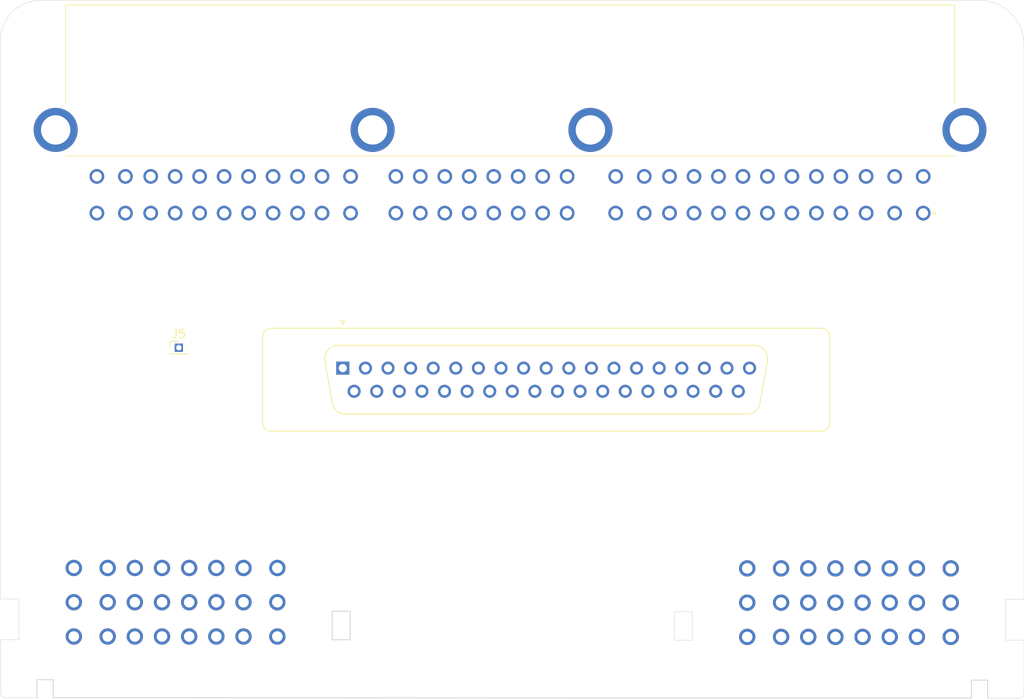
<source format=kicad_pcb>
(kicad_pcb (version 20171130) (host pcbnew 5.1.10)

  (general
    (thickness 1.6)
    (drawings 33)
    (tracks 1)
    (zones 0)
    (modules 5)
    (nets 26)
  )

  (page A4)
  (layers
    (0 F.Cu signal)
    (31 B.Cu signal)
    (32 B.Adhes user)
    (33 F.Adhes user)
    (34 B.Paste user)
    (35 F.Paste user)
    (36 B.SilkS user)
    (37 F.SilkS user)
    (38 B.Mask user)
    (39 F.Mask user)
    (40 Dwgs.User user)
    (41 Cmts.User user hide)
    (42 Eco1.User user hide)
    (43 Eco2.User user)
    (44 Edge.Cuts user)
    (45 Margin user)
    (46 B.CrtYd user)
    (47 F.CrtYd user)
    (48 B.Fab user)
    (49 F.Fab user hide)
  )

  (setup
    (last_trace_width 0.25)
    (user_trace_width 0.5)
    (trace_clearance 0.2)
    (zone_clearance 0.508)
    (zone_45_only no)
    (trace_min 0.2)
    (via_size 0.8)
    (via_drill 0.4)
    (via_min_size 0.4)
    (via_min_drill 0.3)
    (uvia_size 0.3)
    (uvia_drill 0.1)
    (uvias_allowed no)
    (uvia_min_size 0.2)
    (uvia_min_drill 0.1)
    (edge_width 0.05)
    (segment_width 0.2)
    (pcb_text_width 0.3)
    (pcb_text_size 1.5 1.5)
    (mod_edge_width 0.12)
    (mod_text_size 1 1)
    (mod_text_width 0.15)
    (pad_size 1.524 1.524)
    (pad_drill 0.762)
    (pad_to_mask_clearance 0)
    (aux_axis_origin 0 0)
    (visible_elements FFFFFF7F)
    (pcbplotparams
      (layerselection 0x010fc_ffffffff)
      (usegerberextensions false)
      (usegerberattributes true)
      (usegerberadvancedattributes true)
      (creategerberjobfile true)
      (excludeedgelayer true)
      (linewidth 0.100000)
      (plotframeref false)
      (viasonmask false)
      (mode 1)
      (useauxorigin false)
      (hpglpennumber 1)
      (hpglpenspeed 20)
      (hpglpendiameter 15.000000)
      (psnegative false)
      (psa4output false)
      (plotreference true)
      (plotvalue true)
      (plotinvisibletext false)
      (padsonsilk false)
      (subtractmaskfromsilk false)
      (outputformat 1)
      (mirror false)
      (drillshape 1)
      (scaleselection 1)
      (outputdirectory ""))
  )

  (net 0 "")
  (net 1 MIATA_1B)
  (net 2 MIATA_2C)
  (net 3 MIATA_2A)
  (net 4 MIATA_2D)
  (net 5 MIATA_2Q)
  (net 6 MIATA_2O)
  (net 7 MIATA_2E)
  (net 8 MIATA_2P)
  (net 9 MIATA_2N)
  (net 10 MIATA_2L)
  (net 11 MIATA_1N)
  (net 12 GND)
  (net 13 MIATA_2Y)
  (net 14 MIATA_2W)
  (net 15 MIATA_2U)
  (net 16 MIATA_2V)
  (net 17 MIATA_1V)
  (net 18 MIATA_2K)
  (net 19 MIATA_2I)
  (net 20 MIATA_2G)
  (net 21 MIATA_1Q)
  (net 22 MIATA_1G)
  (net 23 MIATA_1E)
  (net 24 MIATA_1R)
  (net 25 MIATA_1H)

  (net_class Default "This is the default net class."
    (clearance 0.2)
    (trace_width 0.25)
    (via_dia 0.8)
    (via_drill 0.4)
    (uvia_dia 0.3)
    (uvia_drill 0.1)
    (add_net GND)
    (add_net MIATA_1A)
    (add_net MIATA_1B)
    (add_net MIATA_1C)
    (add_net MIATA_1D)
    (add_net MIATA_1E)
    (add_net MIATA_1F)
    (add_net MIATA_1G)
    (add_net MIATA_1H)
    (add_net MIATA_1I)
    (add_net MIATA_1J)
    (add_net MIATA_1K)
    (add_net MIATA_1L)
    (add_net MIATA_1N)
    (add_net MIATA_1O)
    (add_net MIATA_1P)
    (add_net MIATA_1Q)
    (add_net MIATA_1R)
    (add_net MIATA_1S)
    (add_net MIATA_1T)
    (add_net MIATA_1U)
    (add_net MIATA_1V)
    (add_net MIATA_2A)
    (add_net MIATA_2B)
    (add_net MIATA_2C)
    (add_net MIATA_2D)
    (add_net MIATA_2E)
    (add_net MIATA_2F)
    (add_net MIATA_2G)
    (add_net MIATA_2H)
    (add_net MIATA_2I)
    (add_net MIATA_2J)
    (add_net MIATA_2K)
    (add_net MIATA_2L)
    (add_net MIATA_2M)
    (add_net MIATA_2N)
    (add_net MIATA_2O)
    (add_net MIATA_2P)
    (add_net MIATA_2Q)
    (add_net MIATA_2R)
    (add_net MIATA_2S)
    (add_net MIATA_2T)
    (add_net MIATA_2U)
    (add_net MIATA_2V)
    (add_net MIATA_2W)
    (add_net MIATA_2X)
    (add_net MIATA_2Y)
    (add_net MIATA_2Z)
    (add_net "Net-(J1-Pad33)")
    (add_net "Net-(J1-Pad34)")
    (add_net "Net-(J1-Pad35)")
    (add_net "Net-(J1-Pad36)")
    (add_net "Net-(J1-Pad37)")
    (add_net "Net-(J1-Pad38)")
    (add_net "Net-(J1-Pad39)")
    (add_net "Net-(J1-Pad40)")
    (add_net "Net-(J1-Pad41)")
    (add_net "Net-(J1-Pad42)")
    (add_net "Net-(J1-Pad43)")
    (add_net "Net-(J1-Pad44)")
    (add_net "Net-(J1-Pad45)")
    (add_net "Net-(J1-Pad46)")
    (add_net "Net-(J1-Pad47)")
    (add_net "Net-(J1-Pad48)")
    (add_net "Net-(J2-Pad10)")
    (add_net "Net-(J2-Pad11)")
    (add_net "Net-(J2-Pad12)")
    (add_net "Net-(J2-Pad13)")
    (add_net "Net-(J2-Pad14)")
    (add_net "Net-(J2-Pad15)")
    (add_net "Net-(J2-Pad16)")
    (add_net "Net-(J2-Pad17)")
    (add_net "Net-(J2-Pad18)")
    (add_net "Net-(J2-Pad19)")
    (add_net "Net-(J2-Pad25)")
    (add_net "Net-(J2-Pad27)")
    (add_net "Net-(J2-Pad29)")
    (add_net "Net-(J2-Pad3)")
    (add_net "Net-(J2-Pad30)")
    (add_net "Net-(J2-Pad31)")
    (add_net "Net-(J2-Pad32)")
    (add_net "Net-(J2-Pad33)")
    (add_net "Net-(J2-Pad34)")
    (add_net "Net-(J2-Pad35)")
    (add_net "Net-(J2-Pad36)")
    (add_net "Net-(J2-Pad4)")
    (add_net "Net-(J2-Pad5)")
    (add_net "Net-(J2-Pad6)")
    (add_net "Net-(J2-Pad7)")
    (add_net "Net-(J3-PadA2)")
    (add_net "Net-(J3-PadA6)")
    (add_net "Net-(J3-PadA8)")
    (add_net "Net-(J3-PadB5)")
    (add_net "Net-(J3-PadB6)")
    (add_net "Net-(J3-PadB7)")
    (add_net "Net-(J3-PadB8)")
    (add_net "Net-(J3-PadC2)")
    (add_net "Net-(J3-PadC4)")
    (add_net "Net-(J3-PadC6)")
    (add_net "Net-(J3-PadC8)")
    (add_net "Net-(J4-PadA6)")
    (add_net "Net-(J4-PadB1)")
    (add_net "Net-(J4-PadB2)")
    (add_net "Net-(J4-PadB3)")
    (add_net "Net-(J4-PadB5)")
    (add_net "Net-(J4-PadB6)")
    (add_net "Net-(J4-PadC6)")
    (add_net "Net-(J4-PadC7)")
    (add_net "Net-(J4-PadC8)")
  )

  (module Connector_Dsub:DSUB-37_Male_Vertical_P2.77x2.84mm (layer F.Cu) (tedit 59FEDEE2) (tstamp 609F158B)
    (at 57 60.1)
    (descr "37-pin D-Sub connector, straight/vertical, THT-mount, male, pitch 2.77x2.84mm, distance of mounting holes 63.5mm, see https://disti-assets.s3.amazonaws.com/tonar/files/datasheets/16730.pdf")
    (tags "37-pin D-Sub connector straight vertical THT male pitch 2.77x2.84mm mounting holes distance 63.5mm")
    (path /61B7C3D8)
    (fp_text reference J2 (at 24.93 -5.89) (layer F.Fab)
      (effects (font (size 1 1) (thickness 0.15)))
    )
    (fp_text value Conn_01x37 (at 24.93 8.73) (layer F.Fab)
      (effects (font (size 1 1) (thickness 0.15)))
    )
    (fp_line (start 60.15 -5.35) (end -10.3 -5.35) (layer F.CrtYd) (width 0.05))
    (fp_line (start 60.15 8.2) (end 60.15 -5.35) (layer F.CrtYd) (width 0.05))
    (fp_line (start -10.3 8.2) (end 60.15 8.2) (layer F.CrtYd) (width 0.05))
    (fp_line (start -10.3 -5.35) (end -10.3 8.2) (layer F.CrtYd) (width 0.05))
    (fp_line (start -2.18647 -0.841744) (end -1.287202 4.258256) (layer F.SilkS) (width 0.12))
    (fp_line (start 52.04647 -0.841744) (end 51.147202 4.258256) (layer F.SilkS) (width 0.12))
    (fp_line (start 0.347579 5.63) (end 49.512421 5.63) (layer F.SilkS) (width 0.12))
    (fp_line (start -0.551689 -2.79) (end 50.411689 -2.79) (layer F.SilkS) (width 0.12))
    (fp_line (start -2.138887 -0.852163) (end -1.239619 4.247837) (layer F.Fab) (width 0.1))
    (fp_line (start 51.998887 -0.852163) (end 51.099619 4.247837) (layer F.Fab) (width 0.1))
    (fp_line (start 0.336073 5.57) (end 49.523927 5.57) (layer F.Fab) (width 0.1))
    (fp_line (start -0.563194 -2.73) (end 50.423194 -2.73) (layer F.Fab) (width 0.1))
    (fp_line (start 0 -5.351325) (end -0.25 -5.784338) (layer F.SilkS) (width 0.12))
    (fp_line (start 0.25 -5.784338) (end 0 -5.351325) (layer F.SilkS) (width 0.12))
    (fp_line (start -0.25 -5.784338) (end 0.25 -5.784338) (layer F.SilkS) (width 0.12))
    (fp_line (start -9.83 6.67) (end -9.83 -3.83) (layer F.SilkS) (width 0.12))
    (fp_line (start 58.63 7.73) (end -8.77 7.73) (layer F.SilkS) (width 0.12))
    (fp_line (start 59.69 -3.83) (end 59.69 6.67) (layer F.SilkS) (width 0.12))
    (fp_line (start -8.77 -4.89) (end 58.63 -4.89) (layer F.SilkS) (width 0.12))
    (fp_line (start -9.77 6.67) (end -9.77 -3.83) (layer F.Fab) (width 0.1))
    (fp_line (start 58.63 7.67) (end -8.77 7.67) (layer F.Fab) (width 0.1))
    (fp_line (start 59.63 -3.83) (end 59.63 6.67) (layer F.Fab) (width 0.1))
    (fp_line (start -8.77 -4.83) (end 58.63 -4.83) (layer F.Fab) (width 0.1))
    (fp_arc (start -8.77 -3.83) (end -9.77 -3.83) (angle 90) (layer F.Fab) (width 0.1))
    (fp_arc (start 58.63 -3.83) (end 58.63 -4.83) (angle 90) (layer F.Fab) (width 0.1))
    (fp_arc (start -8.77 6.67) (end -9.77 6.67) (angle -90) (layer F.Fab) (width 0.1))
    (fp_arc (start 58.63 6.67) (end 59.63 6.67) (angle 90) (layer F.Fab) (width 0.1))
    (fp_arc (start -8.77 -3.83) (end -9.83 -3.83) (angle 90) (layer F.SilkS) (width 0.12))
    (fp_arc (start 58.63 -3.83) (end 58.63 -4.89) (angle 90) (layer F.SilkS) (width 0.12))
    (fp_arc (start -8.77 6.67) (end -9.83 6.67) (angle -90) (layer F.SilkS) (width 0.12))
    (fp_arc (start 58.63 6.67) (end 59.69 6.67) (angle 90) (layer F.SilkS) (width 0.12))
    (fp_arc (start -0.563194 -1.13) (end -0.563194 -2.73) (angle -100) (layer F.Fab) (width 0.1))
    (fp_arc (start 50.423194 -1.13) (end 50.423194 -2.73) (angle 100) (layer F.Fab) (width 0.1))
    (fp_arc (start 0.336073 3.97) (end 0.336073 5.57) (angle 80) (layer F.Fab) (width 0.1))
    (fp_arc (start 49.523927 3.97) (end 49.523927 5.57) (angle -80) (layer F.Fab) (width 0.1))
    (fp_arc (start -0.551689 -1.13) (end -0.551689 -2.79) (angle -100) (layer F.SilkS) (width 0.12))
    (fp_arc (start 50.411689 -1.13) (end 50.411689 -2.79) (angle 100) (layer F.SilkS) (width 0.12))
    (fp_arc (start 0.347579 3.97) (end 0.347579 5.63) (angle 80) (layer F.SilkS) (width 0.12))
    (fp_arc (start 49.512421 3.97) (end 49.512421 5.63) (angle -80) (layer F.SilkS) (width 0.12))
    (fp_text user %R (at 24.93 1.42) (layer F.Fab)
      (effects (font (size 1 1) (thickness 0.15)))
    )
    (pad 1 thru_hole rect (at 0 0) (size 1.6 1.6) (drill 1) (layers *.Cu *.Mask)
      (net 2 MIATA_2C))
    (pad 2 thru_hole circle (at 2.77 0) (size 1.6 1.6) (drill 1) (layers *.Cu *.Mask)
      (net 4 MIATA_2D))
    (pad 3 thru_hole circle (at 5.54 0) (size 1.6 1.6) (drill 1) (layers *.Cu *.Mask))
    (pad 4 thru_hole circle (at 8.31 0) (size 1.6 1.6) (drill 1) (layers *.Cu *.Mask))
    (pad 5 thru_hole circle (at 11.08 0) (size 1.6 1.6) (drill 1) (layers *.Cu *.Mask))
    (pad 6 thru_hole circle (at 13.85 0) (size 1.6 1.6) (drill 1) (layers *.Cu *.Mask))
    (pad 7 thru_hole circle (at 16.62 0) (size 1.6 1.6) (drill 1) (layers *.Cu *.Mask))
    (pad 8 thru_hole circle (at 19.39 0) (size 1.6 1.6) (drill 1) (layers *.Cu *.Mask)
      (net 3 MIATA_2A))
    (pad 9 thru_hole circle (at 22.16 0) (size 1.6 1.6) (drill 1) (layers *.Cu *.Mask)
      (net 3 MIATA_2A))
    (pad 10 thru_hole circle (at 24.93 0) (size 1.6 1.6) (drill 1) (layers *.Cu *.Mask))
    (pad 11 thru_hole circle (at 27.7 0) (size 1.6 1.6) (drill 1) (layers *.Cu *.Mask))
    (pad 12 thru_hole circle (at 30.47 0) (size 1.6 1.6) (drill 1) (layers *.Cu *.Mask))
    (pad 13 thru_hole circle (at 33.24 0) (size 1.6 1.6) (drill 1) (layers *.Cu *.Mask))
    (pad 14 thru_hole circle (at 36.01 0) (size 1.6 1.6) (drill 1) (layers *.Cu *.Mask))
    (pad 15 thru_hole circle (at 38.78 0) (size 1.6 1.6) (drill 1) (layers *.Cu *.Mask))
    (pad 16 thru_hole circle (at 41.55 0) (size 1.6 1.6) (drill 1) (layers *.Cu *.Mask))
    (pad 17 thru_hole circle (at 44.32 0) (size 1.6 1.6) (drill 1) (layers *.Cu *.Mask))
    (pad 18 thru_hole circle (at 47.09 0) (size 1.6 1.6) (drill 1) (layers *.Cu *.Mask))
    (pad 19 thru_hole circle (at 49.86 0) (size 1.6 1.6) (drill 1) (layers *.Cu *.Mask))
    (pad 20 thru_hole circle (at 1.385 2.84) (size 1.6 1.6) (drill 1) (layers *.Cu *.Mask)
      (net 8 MIATA_2P))
    (pad 21 thru_hole circle (at 4.155 2.84) (size 1.6 1.6) (drill 1) (layers *.Cu *.Mask)
      (net 5 MIATA_2Q))
    (pad 22 thru_hole circle (at 6.925 2.84) (size 1.6 1.6) (drill 1) (layers *.Cu *.Mask)
      (net 10 MIATA_2L))
    (pad 23 thru_hole circle (at 9.695 2.84) (size 1.6 1.6) (drill 1) (layers *.Cu *.Mask)
      (net 9 MIATA_2N))
    (pad 24 thru_hole circle (at 12.465 2.84) (size 1.6 1.6) (drill 1) (layers *.Cu *.Mask)
      (net 7 MIATA_2E))
    (pad 25 thru_hole circle (at 15.235 2.84) (size 1.6 1.6) (drill 1) (layers *.Cu *.Mask))
    (pad 26 thru_hole circle (at 18.005 2.84) (size 1.6 1.6) (drill 1) (layers *.Cu *.Mask)
      (net 11 MIATA_1N))
    (pad 27 thru_hole circle (at 20.775 2.84) (size 1.6 1.6) (drill 1) (layers *.Cu *.Mask))
    (pad 28 thru_hole circle (at 23.545 2.84) (size 1.6 1.6) (drill 1) (layers *.Cu *.Mask)
      (net 1 MIATA_1B))
    (pad 29 thru_hole circle (at 26.315 2.84) (size 1.6 1.6) (drill 1) (layers *.Cu *.Mask))
    (pad 30 thru_hole circle (at 29.085 2.84) (size 1.6 1.6) (drill 1) (layers *.Cu *.Mask))
    (pad 31 thru_hole circle (at 31.855 2.84) (size 1.6 1.6) (drill 1) (layers *.Cu *.Mask))
    (pad 32 thru_hole circle (at 34.625 2.84) (size 1.6 1.6) (drill 1) (layers *.Cu *.Mask))
    (pad 33 thru_hole circle (at 37.395 2.84) (size 1.6 1.6) (drill 1) (layers *.Cu *.Mask))
    (pad 34 thru_hole circle (at 40.165 2.84) (size 1.6 1.6) (drill 1) (layers *.Cu *.Mask))
    (pad 35 thru_hole circle (at 42.935 2.84) (size 1.6 1.6) (drill 1) (layers *.Cu *.Mask))
    (pad 36 thru_hole circle (at 45.705 2.84) (size 1.6 1.6) (drill 1) (layers *.Cu *.Mask))
    (pad 37 thru_hole circle (at 48.475 2.84) (size 1.6 1.6) (drill 1) (layers *.Cu *.Mask)
      (net 6 MIATA_2O))
    (model ${KISYS3DMOD}/Connector_Dsub.3dshapes/DSUB-37_Male_Vertical_P2.77x2.84mm.wrl
      (at (xyz 0 0 0))
      (scale (xyz 1 1 1))
      (rotate (xyz 0 0 0))
    )
  )

  (module speeduino_connector_automotive:174518-7 (layer F.Cu) (tedit 0) (tstamp 609F11EE)
    (at 128.15 41.1 90)
    (descr 174518-7-2)
    (tags Connector)
    (path /61B78CF9)
    (fp_text reference J1 (at 12.3 -50.65 90) (layer F.Fab)
      (effects (font (size 1.27 1.27) (thickness 0.254)))
    )
    (fp_text value 174518-7 (at 12.3 -50.65 90) (layer F.SilkS) hide
      (effects (font (size 1.27 1.27) (thickness 0.254)))
    )
    (fp_line (start 7 -105.15) (end 25.5 -105.15) (layer F.Fab) (width 0.2))
    (fp_line (start 25.5 -105.15) (end 25.5 3.85) (layer F.Fab) (width 0.2))
    (fp_line (start 25.5 3.85) (end 7 3.85) (layer F.Fab) (width 0.2))
    (fp_line (start 7 3.85) (end 7 -105.15) (layer F.Fab) (width 0.2))
    (fp_line (start 7 -105.15) (end 13.4 -105.15) (layer F.Fab) (width 0.2))
    (fp_line (start 13.4 -105.15) (end 13.4 -109.55) (layer F.Fab) (width 0.2))
    (fp_line (start 13.4 -109.55) (end 7 -109.55) (layer F.Fab) (width 0.2))
    (fp_line (start 7 -109.55) (end 7 -105.15) (layer F.Fab) (width 0.2))
    (fp_line (start 7 3.85) (end 13.4 3.85) (layer F.Fab) (width 0.2))
    (fp_line (start 13.4 3.85) (end 13.4 8.25) (layer F.Fab) (width 0.2))
    (fp_line (start 13.4 8.25) (end 7 8.25) (layer F.Fab) (width 0.2))
    (fp_line (start 7 8.25) (end 7 3.85) (layer F.Fab) (width 0.2))
    (fp_line (start -1.4 -110.05) (end 26 -110.05) (layer F.CrtYd) (width 0.1))
    (fp_line (start 26 -110.05) (end 26 8.75) (layer F.CrtYd) (width 0.1))
    (fp_line (start 26 8.75) (end -1.4 8.75) (layer F.CrtYd) (width 0.1))
    (fp_line (start -1.4 8.75) (end -1.4 -110.05) (layer F.CrtYd) (width 0.1))
    (fp_line (start 13.4 -105.15) (end 25.5 -105.15) (layer F.SilkS) (width 0.1))
    (fp_line (start 25.5 -105.15) (end 25.5 3.85) (layer F.SilkS) (width 0.1))
    (fp_line (start 13.4 3.85) (end 25.5 3.85) (layer F.SilkS) (width 0.1))
    (fp_line (start 7 3.85) (end 7 -105.15) (layer F.SilkS) (width 0.1))
    (fp_line (start -0.1 1.35) (end -0.1 1.35) (layer F.SilkS) (width 0.2))
    (fp_line (start 0.1 1.35) (end 0.1 1.35) (layer F.SilkS) (width 0.2))
    (fp_text user %R (at 12.3 -50.65 90) (layer F.Fab)
      (effects (font (size 1.27 1.27) (thickness 0.254)))
    )
    (fp_arc (start 0 1.35) (end -0.1 1.35) (angle -180) (layer F.SilkS) (width 0.2))
    (fp_arc (start 0 1.35) (end 0.1 1.35) (angle -180) (layer F.SilkS) (width 0.2))
    (pad 1 thru_hole circle (at 0 0 90) (size 1.8 1.8) (drill 1.2) (layers *.Cu *.Mask))
    (pad 2 thru_hole circle (at 0 -3.5 90) (size 1.8 1.8) (drill 1.2) (layers *.Cu *.Mask)
      (net 14 MIATA_2W))
    (pad 3 thru_hole circle (at 0 -7 90) (size 1.8 1.8) (drill 1.2) (layers *.Cu *.Mask)
      (net 15 MIATA_2U))
    (pad 4 thru_hole circle (at 4.5 0 90) (size 1.8 1.8) (drill 1.2) (layers *.Cu *.Mask))
    (pad 5 thru_hole circle (at 4.5 -3.5 90) (size 1.8 1.8) (drill 1.2) (layers *.Cu *.Mask))
    (pad 6 thru_hole circle (at 4.5 -7 90) (size 1.8 1.8) (drill 1.2) (layers *.Cu *.Mask)
      (net 16 MIATA_2V))
    (pad 7 thru_hole circle (at 0 -34.2 90) (size 1.8 1.8) (drill 1.2) (layers *.Cu *.Mask)
      (net 2 MIATA_2C))
    (pad 8 thru_hole circle (at 0 -37.7 90) (size 1.8 1.8) (drill 1.2) (layers *.Cu *.Mask)
      (net 3 MIATA_2A))
    (pad 9 thru_hole circle (at 4.5 -34.2 90) (size 1.8 1.8) (drill 1.2) (layers *.Cu *.Mask)
      (net 4 MIATA_2D))
    (pad 10 thru_hole circle (at 4.5 -37.7 90) (size 1.8 1.8) (drill 1.2) (layers *.Cu *.Mask))
    (pad 11 thru_hole circle (at 0 -70.2 90) (size 1.8 1.8) (drill 1.2) (layers *.Cu *.Mask))
    (pad 12 thru_hole circle (at 4.5 -70.2 90) (size 1.8 1.8) (drill 1.2) (layers *.Cu *.Mask)
      (net 17 MIATA_1V))
    (pad 13 thru_hole circle (at 0 -97.8 90) (size 1.8 1.8) (drill 1.2) (layers *.Cu *.Mask))
    (pad 14 thru_hole circle (at 0 -101.3 90) (size 1.8 1.8) (drill 1.2) (layers *.Cu *.Mask))
    (pad 15 thru_hole circle (at 4.5 -97.8 90) (size 1.8 1.8) (drill 1.2) (layers *.Cu *.Mask))
    (pad 16 thru_hole circle (at 4.5 -101.3 90) (size 1.8 1.8) (drill 1.2) (layers *.Cu *.Mask)
      (net 1 MIATA_1B))
    (pad 17 thru_hole circle (at 0 -10.1 90) (size 1.8 1.8) (drill 1.2) (layers *.Cu *.Mask))
    (pad 18 thru_hole circle (at 0 -13.1 90) (size 1.8 1.8) (drill 1.2) (layers *.Cu *.Mask)
      (net 5 MIATA_2Q))
    (pad 19 thru_hole circle (at 0 -16.1 90) (size 1.8 1.8) (drill 1.2) (layers *.Cu *.Mask)
      (net 6 MIATA_2O))
    (pad 20 thru_hole circle (at 0 -19.1 90) (size 1.8 1.8) (drill 1.2) (layers *.Cu *.Mask))
    (pad 21 thru_hole circle (at 0 -22.1 90) (size 1.8 1.8) (drill 1.2) (layers *.Cu *.Mask)
      (net 18 MIATA_2K))
    (pad 22 thru_hole circle (at 0 -25.1 90) (size 1.8 1.8) (drill 1.2) (layers *.Cu *.Mask)
      (net 19 MIATA_2I))
    (pad 23 thru_hole circle (at 0 -28.1 90) (size 1.8 1.8) (drill 1.2) (layers *.Cu *.Mask)
      (net 20 MIATA_2G))
    (pad 24 thru_hole circle (at 0 -31.1 90) (size 1.8 1.8) (drill 1.2) (layers *.Cu *.Mask)
      (net 7 MIATA_2E))
    (pad 25 thru_hole circle (at 4.5 -10.1 90) (size 1.8 1.8) (drill 1.2) (layers *.Cu *.Mask))
    (pad 26 thru_hole circle (at 4.5 -13.1 90) (size 1.8 1.8) (drill 1.2) (layers *.Cu *.Mask))
    (pad 27 thru_hole circle (at 4.5 -16.1 90) (size 1.8 1.8) (drill 1.2) (layers *.Cu *.Mask)
      (net 8 MIATA_2P))
    (pad 28 thru_hole circle (at 4.5 -19.1 90) (size 1.8 1.8) (drill 1.2) (layers *.Cu *.Mask)
      (net 9 MIATA_2N))
    (pad 29 thru_hole circle (at 4.5 -22.1 90) (size 1.8 1.8) (drill 1.2) (layers *.Cu *.Mask)
      (net 10 MIATA_2L))
    (pad 30 thru_hole circle (at 4.5 -25.1 90) (size 1.8 1.8) (drill 1.2) (layers *.Cu *.Mask))
    (pad 31 thru_hole circle (at 4.5 -28.1 90) (size 1.8 1.8) (drill 1.2) (layers *.Cu *.Mask))
    (pad 32 thru_hole circle (at 4.5 -31.1 90) (size 1.8 1.8) (drill 1.2) (layers *.Cu *.Mask))
    (pad 33 thru_hole circle (at 0 -43.65 90) (size 1.8 1.8) (drill 1.2) (layers *.Cu *.Mask))
    (pad 34 thru_hole circle (at 0 -46.65 90) (size 1.8 1.8) (drill 1.2) (layers *.Cu *.Mask))
    (pad 35 thru_hole circle (at 0 -49.65 90) (size 1.8 1.8) (drill 1.2) (layers *.Cu *.Mask))
    (pad 36 thru_hole circle (at 0 -52.65 90) (size 1.8 1.8) (drill 1.2) (layers *.Cu *.Mask))
    (pad 37 thru_hole circle (at 0 -55.65 90) (size 1.8 1.8) (drill 1.2) (layers *.Cu *.Mask))
    (pad 38 thru_hole circle (at 0 -58.65 90) (size 1.8 1.8) (drill 1.2) (layers *.Cu *.Mask))
    (pad 39 thru_hole circle (at 0 -61.65 90) (size 1.8 1.8) (drill 1.2) (layers *.Cu *.Mask))
    (pad 40 thru_hole circle (at 0 -64.65 90) (size 1.8 1.8) (drill 1.2) (layers *.Cu *.Mask))
    (pad 41 thru_hole circle (at 4.5 -43.65 90) (size 1.8 1.8) (drill 1.2) (layers *.Cu *.Mask))
    (pad 42 thru_hole circle (at 4.5 -46.65 90) (size 1.8 1.8) (drill 1.2) (layers *.Cu *.Mask))
    (pad 43 thru_hole circle (at 4.5 -49.65 90) (size 1.8 1.8) (drill 1.2) (layers *.Cu *.Mask))
    (pad 44 thru_hole circle (at 4.5 -52.65 90) (size 1.8 1.8) (drill 1.2) (layers *.Cu *.Mask))
    (pad 45 thru_hole circle (at 4.5 -55.65 90) (size 1.8 1.8) (drill 1.2) (layers *.Cu *.Mask))
    (pad 46 thru_hole circle (at 4.5 -58.65 90) (size 1.8 1.8) (drill 1.2) (layers *.Cu *.Mask))
    (pad 47 thru_hole circle (at 4.5 -61.65 90) (size 1.8 1.8) (drill 1.2) (layers *.Cu *.Mask))
    (pad 48 thru_hole circle (at 4.5 -64.65 90) (size 1.8 1.8) (drill 1.2) (layers *.Cu *.Mask))
    (pad 49 thru_hole circle (at 0 -73.7 90) (size 1.8 1.8) (drill 1.2) (layers *.Cu *.Mask))
    (pad 50 thru_hole circle (at 0 -76.7 90) (size 1.8 1.8) (drill 1.2) (layers *.Cu *.Mask)
      (net 21 MIATA_1Q))
    (pad 51 thru_hole circle (at 0 -79.7 90) (size 1.8 1.8) (drill 1.2) (layers *.Cu *.Mask))
    (pad 52 thru_hole circle (at 0 -82.7 90) (size 1.8 1.8) (drill 1.2) (layers *.Cu *.Mask)
      (net 11 MIATA_1N))
    (pad 53 thru_hole circle (at 0 -85.7 90) (size 1.8 1.8) (drill 1.2) (layers *.Cu *.Mask))
    (pad 54 thru_hole circle (at 0 -88.7 90) (size 1.8 1.8) (drill 1.2) (layers *.Cu *.Mask))
    (pad 55 thru_hole circle (at 0 -91.7 90) (size 1.8 1.8) (drill 1.2) (layers *.Cu *.Mask)
      (net 22 MIATA_1G))
    (pad 56 thru_hole circle (at 0 -94.7 90) (size 1.8 1.8) (drill 1.2) (layers *.Cu *.Mask)
      (net 23 MIATA_1E))
    (pad 57 thru_hole circle (at 4.5 -73.7 90) (size 1.8 1.8) (drill 1.2) (layers *.Cu *.Mask))
    (pad 58 thru_hole circle (at 4.5 -76.7 90) (size 1.8 1.8) (drill 1.2) (layers *.Cu *.Mask)
      (net 24 MIATA_1R))
    (pad 59 thru_hole circle (at 4.5 -79.7 90) (size 1.8 1.8) (drill 1.2) (layers *.Cu *.Mask))
    (pad 60 thru_hole circle (at 4.5 -82.7 90) (size 1.8 1.8) (drill 1.2) (layers *.Cu *.Mask)
      (net 11 MIATA_1N))
    (pad 61 thru_hole circle (at 4.5 -85.7 90) (size 1.8 1.8) (drill 1.2) (layers *.Cu *.Mask))
    (pad 62 thru_hole circle (at 4.5 -88.7 90) (size 1.8 1.8) (drill 1.2) (layers *.Cu *.Mask))
    (pad 63 thru_hole circle (at 4.5 -91.7 90) (size 1.8 1.8) (drill 1.2) (layers *.Cu *.Mask)
      (net 25 MIATA_1H))
    (pad 64 thru_hole circle (at 4.5 -94.7 90) (size 1.8 1.8) (drill 1.2) (layers *.Cu *.Mask))
    (pad MH1 thru_hole circle (at 10.2 -106.35 90) (size 5.4 5.4) (drill 3.6) (layers *.Cu *.Mask)
      (net 12 GND))
    (pad MH2 thru_hole circle (at 10.2 -67.5 90) (size 5.4 5.4) (drill 3.6) (layers *.Cu *.Mask)
      (net 12 GND))
    (pad MH3 thru_hole circle (at 10.2 -40.8 90) (size 5.4 5.4) (drill 3.6) (layers *.Cu *.Mask)
      (net 12 GND))
    (pad MH4 thru_hole circle (at 10.2 5.05 90) (size 5.4 5.4) (drill 3.6) (layers *.Cu *.Mask)
      (net 12 GND))
    (model 174518-7.stp
      (at (xyz 0 0 0))
      (scale (xyz 1 1 1))
      (rotate (xyz 0 0 0))
    )
  )

  (module speeduino_connector_automotive:Delphi_Sicma_24_Black (layer F.Cu) (tedit 5C9C2C74) (tstamp 609F29D6)
    (at 36.5 100.5)
    (path /61B80E67)
    (fp_text reference J3 (at 0.425 -18.45) (layer F.Fab)
      (effects (font (size 1 1) (thickness 0.15)))
    )
    (fp_text value CONN_BLACK (at -7.125 -18.35) (layer F.Fab)
      (effects (font (size 1 1) (thickness 0.15)))
    )
    (fp_line (start -21.4 0) (end -17 0) (layer Eco1.User) (width 0.12))
    (fp_line (start -17 -2.2) (end -17 0) (layer Eco1.User) (width 0.12))
    (fp_line (start -15 -2.2) (end -17 -2.2) (layer Eco1.User) (width 0.12))
    (fp_line (start -15 0) (end -15 -2.2) (layer Eco1.User) (width 0.12))
    (fp_line (start 19.2 -10.6) (end 19.2 -7.1) (layer Eco1.User) (width 0.12))
    (fp_line (start 21.4 -10.6) (end 19.2 -10.6) (layer Eco1.User) (width 0.12))
    (fp_line (start 21.4 -7.1) (end 21.4 -10.6) (layer Eco1.User) (width 0.12))
    (fp_line (start 19.2 -7.1) (end 21.4 -7.1) (layer Eco1.User) (width 0.12))
    (fp_line (start -21.4 -12.1) (end -21.4 -7.1) (layer Eco1.User) (width 0.12))
    (fp_line (start -19.2 -12.1) (end -21.4 -12.1) (layer Eco1.User) (width 0.12))
    (fp_line (start -19.2 -7.1) (end -19.2 -12.1) (layer Eco1.User) (width 0.12))
    (fp_line (start -21.4 -7.1) (end -19.2 -7.1) (layer Eco1.User) (width 0.12))
    (fp_line (start -15 0) (end 21.4 0) (layer Eco1.User) (width 0.12))
    (fp_text user "TRACE OVER ECO1.USER WITH EDGE CUTS" (at 0 -3.3) (layer Cmts.User)
      (effects (font (size 1 1) (thickness 0.15)))
    )
    (pad C7 thru_hole circle (at -8.325 -7.5) (size 2 2) (drill 1.3) (layers *.Cu *.Mask)
      (net 15 MIATA_2U))
    (pad C6 thru_hole circle (at -4.995 -7.5) (size 2 2) (drill 1.3) (layers *.Cu *.Mask))
    (pad C5 thru_hole circle (at -1.665 -7.5) (size 2 2) (drill 1.3) (layers *.Cu *.Mask)
      (net 16 MIATA_2V))
    (pad C4 thru_hole circle (at 1.665 -7.5) (size 2 2) (drill 1.3) (layers *.Cu *.Mask))
    (pad C3 thru_hole circle (at 4.995 -7.5) (size 2 2) (drill 1.3) (layers *.Cu *.Mask)
      (net 25 MIATA_1H))
    (pad C2 thru_hole circle (at 8.325 -7.5) (size 2 2) (drill 1.3) (layers *.Cu *.Mask))
    (pad B2 thru_hole circle (at 8.325 -11.7) (size 2 2) (drill 1.3) (layers *.Cu *.Mask)
      (net 12 GND))
    (pad B3 thru_hole circle (at 4.995 -11.7) (size 2 2) (drill 1.3) (layers *.Cu *.Mask)
      (net 12 GND))
    (pad B4 thru_hole circle (at 1.665 -11.7) (size 2 2) (drill 1.3) (layers *.Cu *.Mask)
      (net 12 GND))
    (pad B5 thru_hole circle (at -1.665 -11.7) (size 2 2) (drill 1.3) (layers *.Cu *.Mask))
    (pad B6 thru_hole circle (at -4.995 -11.7) (size 2 2) (drill 1.3) (layers *.Cu *.Mask))
    (pad B7 thru_hole circle (at -8.325 -11.7) (size 2 2) (drill 1.3) (layers *.Cu *.Mask))
    (pad A7 thru_hole circle (at -8.325 -15.9) (size 2 2) (drill 1.3) (layers *.Cu *.Mask)
      (net 11 MIATA_1N))
    (pad A6 thru_hole circle (at -4.995 -15.9) (size 2 2) (drill 1.3) (layers *.Cu *.Mask))
    (pad A2 thru_hole circle (at 8.325 -15.9) (size 2 2) (drill 1.3) (layers *.Cu *.Mask))
    (pad A3 thru_hole circle (at 4.995 -15.9) (size 2 2) (drill 1.3) (layers *.Cu *.Mask)
      (net 12 GND))
    (pad A5 thru_hole circle (at -1.665 -15.9) (size 2 2) (drill 1.3) (layers *.Cu *.Mask)
      (net 12 GND))
    (pad A4 thru_hole circle (at 1.665 -15.9) (size 2 2) (drill 1.3) (layers *.Cu *.Mask)
      (net 12 GND))
    (pad B1 thru_hole circle (at 12.475 -11.7) (size 2 2) (drill 1.3) (layers *.Cu *.Mask)
      (net 12 GND))
    (pad B8 thru_hole circle (at -12.475 -11.7) (size 2 2) (drill 1.3) (layers *.Cu *.Mask))
    (pad A1 thru_hole circle (at 12.475 -15.9) (size 2 2) (drill 1.3) (layers *.Cu *.Mask)
      (net 12 GND))
    (pad A8 thru_hole circle (at -12.475 -15.9) (size 2 2) (drill 1.3) (layers *.Cu *.Mask))
    (pad C1 thru_hole circle (at 12.475 -7.5) (size 2 2) (drill 1.3) (layers *.Cu *.Mask)
      (net 22 MIATA_1G))
    (pad C8 thru_hole circle (at -12.475 -7.5) (size 2 2) (drill 1.3) (layers *.Cu *.Mask))
  )

  (module speeduino_connector_automotive:Delphi_Sicma_24_Grey (layer F.Cu) (tedit 5C9C23EC) (tstamp 609F1725)
    (at 119.05 100.55)
    (path /61B81B94)
    (fp_text reference J4 (at 5.525 -17) (layer F.Fab)
      (effects (font (size 1 1) (thickness 0.15)))
    )
    (fp_text value CONN_GRAY (at 5.525 -18) (layer F.Fab)
      (effects (font (size 1 1) (thickness 0.15)))
    )
    (fp_line (start 21.4 0) (end 17 0) (layer Eco1.User) (width 0.12))
    (fp_line (start 17 -2.2) (end 17 0) (layer Eco1.User) (width 0.12))
    (fp_line (start 15 -2.2) (end 17 -2.2) (layer Eco1.User) (width 0.12))
    (fp_line (start 15 0) (end 15 -2.2) (layer Eco1.User) (width 0.12))
    (fp_line (start 19.2 -12.1) (end 19.2 -7.1) (layer Eco1.User) (width 0.12))
    (fp_line (start 21.4 -12.1) (end 19.2 -12.1) (layer Eco1.User) (width 0.12))
    (fp_line (start 21.4 -7.1) (end 21.4 -12.1) (layer Eco1.User) (width 0.12))
    (fp_line (start 19.2 -7.1) (end 21.4 -7.1) (layer Eco1.User) (width 0.12))
    (fp_line (start -21.4 -10.6) (end -21.4 -7.1) (layer Eco1.User) (width 0.12))
    (fp_line (start -19.2 -10.6) (end -21.4 -10.6) (layer Eco1.User) (width 0.12))
    (fp_line (start -19.2 -7.1) (end -19.2 -10.6) (layer Eco1.User) (width 0.12))
    (fp_line (start -21.4 -7.1) (end -19.2 -7.1) (layer Eco1.User) (width 0.12))
    (fp_line (start 15 0) (end -21.4 0) (layer Eco1.User) (width 0.12))
    (fp_text user "TRACE OVER ECO1.USER WITH EDGE CUTS" (at 0 -3.3) (layer Cmts.User)
      (effects (font (size 1 1) (thickness 0.15)))
    )
    (pad C7 thru_hole circle (at -8.325 -7.5) (size 2 2) (drill 1.3) (layers *.Cu *.Mask))
    (pad C6 thru_hole circle (at -4.995 -7.5) (size 2 2) (drill 1.3) (layers *.Cu *.Mask))
    (pad C5 thru_hole circle (at -1.665 -7.5) (size 2 2) (drill 1.3) (layers *.Cu *.Mask)
      (net 19 MIATA_2I))
    (pad C4 thru_hole circle (at 1.665 -7.5) (size 2 2) (drill 1.3) (layers *.Cu *.Mask)
      (net 24 MIATA_1R))
    (pad C3 thru_hole circle (at 4.995 -7.5) (size 2 2) (drill 1.3) (layers *.Cu *.Mask)
      (net 6 MIATA_2O))
    (pad C2 thru_hole circle (at 8.325 -7.5) (size 2 2) (drill 1.3) (layers *.Cu *.Mask)
      (net 12 GND))
    (pad B2 thru_hole circle (at 8.325 -11.7) (size 2 2) (drill 1.3) (layers *.Cu *.Mask))
    (pad B3 thru_hole circle (at 4.995 -11.7) (size 2 2) (drill 1.3) (layers *.Cu *.Mask))
    (pad B4 thru_hole circle (at 1.665 -11.7) (size 2 2) (drill 1.3) (layers *.Cu *.Mask)
      (net 23 MIATA_1E))
    (pad B5 thru_hole circle (at -1.665 -11.7) (size 2 2) (drill 1.3) (layers *.Cu *.Mask))
    (pad B6 thru_hole circle (at -4.995 -11.7) (size 2 2) (drill 1.3) (layers *.Cu *.Mask))
    (pad B7 thru_hole circle (at -8.325 -11.7) (size 2 2) (drill 1.3) (layers *.Cu *.Mask)
      (net 14 MIATA_2W))
    (pad A7 thru_hole circle (at -8.325 -15.9) (size 2 2) (drill 1.3) (layers *.Cu *.Mask)
      (net 20 MIATA_2G))
    (pad A6 thru_hole circle (at -4.995 -15.9) (size 2 2) (drill 1.3) (layers *.Cu *.Mask))
    (pad A2 thru_hole circle (at 8.325 -15.9) (size 2 2) (drill 1.3) (layers *.Cu *.Mask)
      (net 17 MIATA_1V))
    (pad A3 thru_hole circle (at 4.995 -15.9) (size 2 2) (drill 1.3) (layers *.Cu *.Mask)
      (net 10 MIATA_2L))
    (pad A5 thru_hole circle (at -1.665 -15.9) (size 2 2) (drill 1.3) (layers *.Cu *.Mask)
      (net 5 MIATA_2Q))
    (pad A4 thru_hole circle (at 1.665 -15.9) (size 2 2) (drill 1.3) (layers *.Cu *.Mask)
      (net 8 MIATA_2P))
    (pad B1 thru_hole circle (at 12.475 -11.7) (size 2 2) (drill 1.3) (layers *.Cu *.Mask))
    (pad B8 thru_hole circle (at -12.475 -11.7) (size 2 2) (drill 1.3) (layers *.Cu *.Mask)
      (net 18 MIATA_2K))
    (pad A1 thru_hole circle (at 12.475 -15.9) (size 2 2) (drill 1.3) (layers *.Cu *.Mask)
      (net 21 MIATA_1Q))
    (pad A8 thru_hole circle (at -12.475 -15.9) (size 2 2) (drill 1.3) (layers *.Cu *.Mask)
      (net 7 MIATA_2E))
    (pad C1 thru_hole circle (at 12.475 -7.5) (size 2 2) (drill 1.3) (layers *.Cu *.Mask)
      (net 12 GND))
    (pad C8 thru_hole circle (at -12.475 -7.5) (size 2 2) (drill 1.3) (layers *.Cu *.Mask))
  )

  (module Connector_PinHeader_1.27mm:PinHeader_1x01_P1.27mm_Vertical (layer F.Cu) (tedit 59FED6E3) (tstamp 609F495D)
    (at 36.9 57.6)
    (descr "Through hole straight pin header, 1x01, 1.27mm pitch, single row")
    (tags "Through hole pin header THT 1x01 1.27mm single row")
    (path /61C57187)
    (fp_text reference J5 (at 0 -1.695) (layer F.SilkS)
      (effects (font (size 1 1) (thickness 0.15)))
    )
    (fp_text value "2ND TRIGGER" (at 0 1.695) (layer F.Fab)
      (effects (font (size 1 1) (thickness 0.15)))
    )
    (fp_line (start -0.525 -0.635) (end 1.05 -0.635) (layer F.Fab) (width 0.1))
    (fp_line (start 1.05 -0.635) (end 1.05 0.635) (layer F.Fab) (width 0.1))
    (fp_line (start 1.05 0.635) (end -1.05 0.635) (layer F.Fab) (width 0.1))
    (fp_line (start -1.05 0.635) (end -1.05 -0.11) (layer F.Fab) (width 0.1))
    (fp_line (start -1.05 -0.11) (end -0.525 -0.635) (layer F.Fab) (width 0.1))
    (fp_line (start -1.11 0.76) (end 1.11 0.76) (layer F.SilkS) (width 0.12))
    (fp_line (start -1.11 0.76) (end -1.11 0.695) (layer F.SilkS) (width 0.12))
    (fp_line (start 1.11 0.76) (end 1.11 0.695) (layer F.SilkS) (width 0.12))
    (fp_line (start -1.11 0.76) (end -0.563471 0.76) (layer F.SilkS) (width 0.12))
    (fp_line (start 0.563471 0.76) (end 1.11 0.76) (layer F.SilkS) (width 0.12))
    (fp_line (start -1.11 0) (end -1.11 -0.76) (layer F.SilkS) (width 0.12))
    (fp_line (start -1.11 -0.76) (end 0 -0.76) (layer F.SilkS) (width 0.12))
    (fp_line (start -1.55 -1.15) (end -1.55 1.15) (layer F.CrtYd) (width 0.05))
    (fp_line (start -1.55 1.15) (end 1.55 1.15) (layer F.CrtYd) (width 0.05))
    (fp_line (start 1.55 1.15) (end 1.55 -1.15) (layer F.CrtYd) (width 0.05))
    (fp_line (start 1.55 -1.15) (end -1.55 -1.15) (layer F.CrtYd) (width 0.05))
    (fp_text user %R (at 0 0 90) (layer F.Fab)
      (effects (font (size 1 1) (thickness 0.15)))
    )
    (pad 1 thru_hole rect (at 0 0) (size 1 1) (drill 0.65) (layers *.Cu *.Mask)
      (net 20 MIATA_2G))
    (model ${KISYS3DMOD}/Connector_PinHeader_1.27mm.3dshapes/PinHeader_1x01_P1.27mm_Vertical.wrl
      (at (xyz 0 0 0))
      (scale (xyz 1 1 1))
      (rotate (xyz 0 0 0))
    )
  )

  (gr_arc (start 15.65 99.9) (end 15.05 99.9) (angle -90) (layer Edge.Cuts) (width 0.05) (tstamp 609F3264))
  (gr_arc (start 139.9 99.95) (end 139.9 100.55) (angle -90) (layer Edge.Cuts) (width 0.05))
  (gr_arc (start 135 20.5) (end 140.5 20.5) (angle -90) (layer Edge.Cuts) (width 0.05))
  (gr_line (start 140.45 88.45) (end 140.5 88.45) (layer Edge.Cuts) (width 0.05) (tstamp 609F2D90))
  (gr_line (start 140.5 88.45) (end 140.5 20.5) (layer Edge.Cuts) (width 0.05) (tstamp 609F2D8F))
  (gr_arc (start 20 20) (end 20 15) (angle -90) (layer Edge.Cuts) (width 0.05))
  (gr_line (start 15 88.4) (end 15 20) (layer Edge.Cuts) (width 0.05) (tstamp 609F2D85))
  (gr_line (start 17.3 88.4) (end 15 88.4) (layer Edge.Cuts) (width 0.05))
  (gr_line (start 17.3 93.4) (end 17.3 88.4) (layer Edge.Cuts) (width 0.05))
  (gr_line (start 15.05 93.4) (end 17.3 93.4) (layer Edge.Cuts) (width 0.05))
  (gr_line (start 15.05 99.9) (end 15.05 93.4) (layer Edge.Cuts) (width 0.05))
  (gr_line (start 55.7 93.4) (end 55.7 89.9) (layer Edge.Cuts) (width 0.1) (tstamp 609F2AB0))
  (gr_line (start 57.9 93.4) (end 55.7 93.4) (layer Edge.Cuts) (width 0.1))
  (gr_line (start 57.9 89.9) (end 57.9 93.4) (layer Edge.Cuts) (width 0.1))
  (gr_line (start 55.7 89.9) (end 57.9 89.9) (layer Edge.Cuts) (width 0.1))
  (gr_line (start 97.65 93.45) (end 97.65 89.95) (layer Edge.Cuts) (width 0.05) (tstamp 609F2AAF))
  (gr_line (start 99.85 93.45) (end 97.65 93.45) (layer Edge.Cuts) (width 0.05))
  (gr_line (start 99.85 89.95) (end 99.85 93.45) (layer Edge.Cuts) (width 0.05))
  (gr_line (start 97.65 89.95) (end 99.85 89.95) (layer Edge.Cuts) (width 0.05))
  (gr_line (start 138.25 88.45) (end 140.45 88.45) (layer Edge.Cuts) (width 0.05))
  (gr_line (start 138.25 93.45) (end 138.25 88.45) (layer Edge.Cuts) (width 0.05))
  (gr_line (start 140.5 93.45) (end 138.25 93.45) (layer Edge.Cuts) (width 0.05))
  (gr_line (start 140.5 99.95) (end 140.5 93.45) (layer Edge.Cuts) (width 0.05))
  (gr_line (start 136.05 100.55) (end 139.9 100.55) (layer Edge.Cuts) (width 0.05))
  (gr_line (start 136.05 98.35) (end 136.05 100.55) (layer Edge.Cuts) (width 0.1))
  (gr_line (start 134.05 98.35) (end 136.05 98.35) (layer Edge.Cuts) (width 0.1))
  (gr_line (start 134.05 100.55) (end 134.05 98.35) (layer Edge.Cuts) (width 0.1))
  (gr_line (start 21.5 100.5) (end 134.05 100.55) (layer Edge.Cuts) (width 0.1))
  (gr_line (start 21.5 98.3) (end 21.5 100.5) (layer Edge.Cuts) (width 0.1))
  (gr_line (start 19.5 98.3) (end 21.5 98.3) (layer Edge.Cuts) (width 0.1))
  (gr_line (start 19.5 100.5) (end 19.5 98.3) (layer Edge.Cuts) (width 0.1))
  (gr_line (start 15.65 100.5) (end 19.5 100.5) (layer Edge.Cuts) (width 0.05))
  (gr_line (start 20 15) (end 135 15) (layer Edge.Cuts) (width 0.05))

  (segment (start 128.15 41.930002) (end 128.15 41.1) (width 0.25) (layer B.Cu) (net 13) (status 30))

)

</source>
